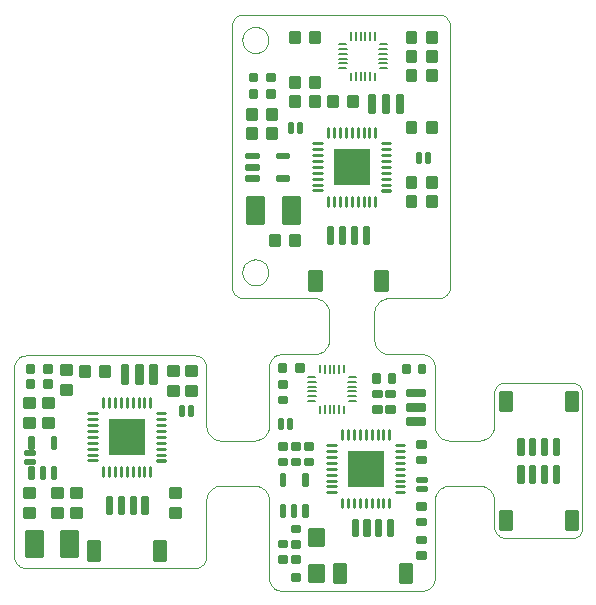
<source format=gtp>
G75*
%MOIN*%
%OFA0B0*%
%FSLAX24Y24*%
%IPPOS*%
%LPD*%
%AMOC8*
5,1,8,0,0,1.08239X$1,22.5*
%
%ADD10C,0.0000*%
%ADD11R,0.1187X0.1187*%
%ADD12C,0.0099*%
%ADD13C,0.0101*%
%ADD14C,0.0098*%
%ADD15C,0.0100*%
%ADD16C,0.0100*%
%ADD17C,0.0100*%
%ADD18C,0.0083*%
%ADD19C,0.0079*%
D10*
X000794Y001150D02*
X006412Y001150D01*
X006451Y001152D01*
X006489Y001158D01*
X006526Y001167D01*
X006563Y001180D01*
X006598Y001197D01*
X006631Y001216D01*
X006662Y001239D01*
X006691Y001265D01*
X006717Y001294D01*
X006740Y001325D01*
X006759Y001358D01*
X006776Y001393D01*
X006789Y001430D01*
X006798Y001467D01*
X006804Y001505D01*
X006806Y001544D01*
X006806Y003400D01*
X006808Y003444D01*
X006814Y003487D01*
X006823Y003530D01*
X006836Y003571D01*
X006853Y003612D01*
X006873Y003650D01*
X006897Y003687D01*
X006923Y003722D01*
X006953Y003754D01*
X006985Y003783D01*
X007020Y003810D01*
X007056Y003833D01*
X007095Y003853D01*
X007135Y003870D01*
X007177Y003883D01*
X007220Y003892D01*
X007263Y003898D01*
X007306Y003900D01*
X008369Y003900D01*
X008368Y003900D02*
X008411Y003899D01*
X008453Y003895D01*
X008495Y003888D01*
X008537Y003877D01*
X008577Y003863D01*
X008616Y003845D01*
X008653Y003824D01*
X008688Y003801D01*
X008722Y003774D01*
X008753Y003745D01*
X008781Y003713D01*
X008807Y003679D01*
X008830Y003643D01*
X008850Y003605D01*
X008867Y003566D01*
X008880Y003526D01*
X008890Y003484D01*
X008897Y003442D01*
X008900Y003400D01*
X008900Y000794D01*
X008902Y000755D01*
X008908Y000717D01*
X008917Y000680D01*
X008930Y000643D01*
X008947Y000608D01*
X008966Y000575D01*
X008989Y000544D01*
X009015Y000515D01*
X009044Y000489D01*
X009075Y000466D01*
X009108Y000447D01*
X009143Y000430D01*
X009180Y000417D01*
X009217Y000408D01*
X009255Y000402D01*
X009294Y000400D01*
X014018Y000400D01*
X014057Y000402D01*
X014095Y000408D01*
X014132Y000417D01*
X014169Y000430D01*
X014204Y000447D01*
X014237Y000466D01*
X014268Y000489D01*
X014297Y000515D01*
X014323Y000544D01*
X014346Y000575D01*
X014365Y000608D01*
X014382Y000643D01*
X014395Y000680D01*
X014404Y000717D01*
X014410Y000755D01*
X014412Y000794D01*
X014412Y003400D01*
X014415Y003444D01*
X014422Y003488D01*
X014432Y003531D01*
X014446Y003574D01*
X014464Y003614D01*
X014485Y003653D01*
X014510Y003690D01*
X014538Y003725D01*
X014568Y003757D01*
X014602Y003787D01*
X014637Y003813D01*
X014675Y003836D01*
X014715Y003856D01*
X014757Y003872D01*
X014799Y003885D01*
X014843Y003894D01*
X014887Y003899D01*
X014932Y003900D01*
X014931Y003900D02*
X015869Y003900D01*
X015868Y003900D02*
X015911Y003899D01*
X015953Y003895D01*
X015995Y003888D01*
X016037Y003877D01*
X016077Y003863D01*
X016116Y003845D01*
X016153Y003824D01*
X016188Y003801D01*
X016222Y003774D01*
X016253Y003745D01*
X016281Y003713D01*
X016307Y003679D01*
X016330Y003643D01*
X016350Y003605D01*
X016367Y003566D01*
X016380Y003526D01*
X016390Y003484D01*
X016397Y003442D01*
X016400Y003400D01*
X016400Y002544D01*
X016402Y002505D01*
X016408Y002467D01*
X016417Y002430D01*
X016430Y002393D01*
X016447Y002358D01*
X016466Y002325D01*
X016489Y002294D01*
X016515Y002265D01*
X016544Y002239D01*
X016575Y002216D01*
X016608Y002197D01*
X016643Y002180D01*
X016680Y002167D01*
X016717Y002158D01*
X016755Y002152D01*
X016794Y002150D01*
X019006Y002150D01*
X019018Y002150D01*
X019006Y002150D02*
X019041Y002152D01*
X019075Y002157D01*
X019108Y002166D01*
X019141Y002179D01*
X019172Y002194D01*
X019201Y002213D01*
X019227Y002235D01*
X019252Y002260D01*
X019274Y002286D01*
X019293Y002315D01*
X019308Y002346D01*
X019321Y002379D01*
X019330Y002412D01*
X019335Y002446D01*
X019337Y002481D01*
X019337Y006999D01*
X019335Y007034D01*
X019330Y007068D01*
X019321Y007101D01*
X019308Y007134D01*
X019293Y007165D01*
X019274Y007194D01*
X019252Y007220D01*
X019227Y007245D01*
X019201Y007267D01*
X019172Y007286D01*
X019141Y007301D01*
X019108Y007314D01*
X019075Y007323D01*
X019041Y007328D01*
X019006Y007330D01*
X016731Y007330D01*
X016696Y007328D01*
X016662Y007323D01*
X016629Y007314D01*
X016596Y007301D01*
X016566Y007286D01*
X016536Y007267D01*
X016510Y007245D01*
X016485Y007220D01*
X016463Y007194D01*
X016444Y007165D01*
X016429Y007134D01*
X016416Y007101D01*
X016407Y007068D01*
X016402Y007034D01*
X016400Y006999D01*
X016400Y005900D01*
X016397Y005858D01*
X016390Y005816D01*
X016380Y005774D01*
X016367Y005734D01*
X016350Y005695D01*
X016330Y005657D01*
X016307Y005621D01*
X016281Y005587D01*
X016253Y005555D01*
X016222Y005526D01*
X016188Y005499D01*
X016153Y005476D01*
X016116Y005455D01*
X016077Y005437D01*
X016037Y005423D01*
X015995Y005412D01*
X015953Y005405D01*
X015911Y005401D01*
X015868Y005400D01*
X015869Y005400D02*
X014931Y005400D01*
X014932Y005400D02*
X014887Y005401D01*
X014843Y005406D01*
X014799Y005415D01*
X014757Y005428D01*
X014715Y005444D01*
X014675Y005464D01*
X014637Y005487D01*
X014602Y005513D01*
X014568Y005543D01*
X014538Y005575D01*
X014510Y005610D01*
X014485Y005647D01*
X014464Y005686D01*
X014446Y005726D01*
X014432Y005769D01*
X014422Y005812D01*
X014415Y005856D01*
X014412Y005900D01*
X014412Y007880D01*
X014410Y007919D01*
X014404Y007957D01*
X014395Y007994D01*
X014382Y008031D01*
X014365Y008066D01*
X014346Y008099D01*
X014323Y008130D01*
X014297Y008159D01*
X014268Y008185D01*
X014237Y008208D01*
X014204Y008227D01*
X014169Y008244D01*
X014132Y008257D01*
X014095Y008266D01*
X014057Y008272D01*
X014018Y008274D01*
X012900Y008274D01*
X012857Y008277D01*
X012815Y008284D01*
X012774Y008294D01*
X012733Y008307D01*
X012694Y008324D01*
X012656Y008344D01*
X012620Y008367D01*
X012587Y008393D01*
X012555Y008421D01*
X012526Y008453D01*
X012499Y008486D01*
X012475Y008521D01*
X012455Y008559D01*
X012437Y008598D01*
X012423Y008638D01*
X012412Y008679D01*
X012405Y008721D01*
X012401Y008763D01*
X012400Y008806D01*
X012400Y009619D01*
X012400Y009618D02*
X012401Y009663D01*
X012405Y009708D01*
X012414Y009752D01*
X012426Y009796D01*
X012442Y009838D01*
X012462Y009878D01*
X012485Y009917D01*
X012511Y009954D01*
X012540Y009988D01*
X012573Y010019D01*
X012607Y010048D01*
X012645Y010073D01*
X012684Y010095D01*
X012725Y010113D01*
X012767Y010128D01*
X012811Y010139D01*
X012855Y010146D01*
X012900Y010150D01*
X014537Y010150D01*
X014576Y010152D01*
X014614Y010158D01*
X014651Y010167D01*
X014688Y010180D01*
X014723Y010197D01*
X014756Y010216D01*
X014787Y010239D01*
X014816Y010265D01*
X014842Y010294D01*
X014865Y010325D01*
X014884Y010358D01*
X014901Y010393D01*
X014914Y010430D01*
X014923Y010467D01*
X014929Y010505D01*
X014931Y010544D01*
X014931Y019218D01*
X014930Y019218D02*
X014927Y019256D01*
X014921Y019294D01*
X014911Y019330D01*
X014898Y019366D01*
X014881Y019400D01*
X014861Y019432D01*
X014838Y019462D01*
X014812Y019490D01*
X014784Y019515D01*
X014753Y019537D01*
X014720Y019556D01*
X014685Y019572D01*
X014649Y019584D01*
X014612Y019593D01*
X014575Y019598D01*
X014537Y019599D01*
X008044Y019599D01*
X008043Y019599D02*
X008005Y019598D01*
X007968Y019593D01*
X007931Y019584D01*
X007895Y019572D01*
X007860Y019556D01*
X007827Y019537D01*
X007796Y019515D01*
X007768Y019490D01*
X007742Y019462D01*
X007719Y019432D01*
X007699Y019400D01*
X007682Y019366D01*
X007669Y019330D01*
X007659Y019294D01*
X007653Y019256D01*
X007650Y019218D01*
X007650Y010544D01*
X007652Y010505D01*
X007658Y010467D01*
X007667Y010430D01*
X007680Y010393D01*
X007697Y010358D01*
X007716Y010325D01*
X007739Y010294D01*
X007765Y010265D01*
X007794Y010239D01*
X007825Y010216D01*
X007858Y010197D01*
X007893Y010180D01*
X007930Y010167D01*
X007967Y010158D01*
X008005Y010152D01*
X008044Y010150D01*
X010400Y010150D01*
X010442Y010147D01*
X010484Y010140D01*
X010526Y010130D01*
X010566Y010117D01*
X010605Y010100D01*
X010643Y010080D01*
X010679Y010057D01*
X010713Y010031D01*
X010745Y010003D01*
X010774Y009972D01*
X010801Y009938D01*
X010824Y009903D01*
X010845Y009866D01*
X010863Y009827D01*
X010877Y009787D01*
X010888Y009745D01*
X010895Y009703D01*
X010899Y009661D01*
X010900Y009618D01*
X010900Y009619D02*
X010900Y008806D01*
X010899Y008763D01*
X010895Y008721D01*
X010888Y008679D01*
X010877Y008638D01*
X010863Y008598D01*
X010845Y008559D01*
X010825Y008521D01*
X010801Y008486D01*
X010774Y008453D01*
X010745Y008421D01*
X010713Y008393D01*
X010680Y008367D01*
X010644Y008344D01*
X010606Y008324D01*
X010567Y008307D01*
X010526Y008294D01*
X010485Y008284D01*
X010443Y008277D01*
X010400Y008274D01*
X009294Y008274D01*
X009255Y008272D01*
X009217Y008266D01*
X009180Y008257D01*
X009143Y008244D01*
X009108Y008227D01*
X009075Y008208D01*
X009044Y008185D01*
X009015Y008159D01*
X008989Y008130D01*
X008966Y008099D01*
X008947Y008066D01*
X008930Y008031D01*
X008917Y007994D01*
X008908Y007957D01*
X008902Y007919D01*
X008900Y007880D01*
X008900Y005900D01*
X008897Y005858D01*
X008890Y005816D01*
X008880Y005774D01*
X008867Y005734D01*
X008850Y005695D01*
X008830Y005657D01*
X008807Y005621D01*
X008781Y005587D01*
X008753Y005555D01*
X008722Y005526D01*
X008688Y005499D01*
X008653Y005476D01*
X008616Y005455D01*
X008577Y005437D01*
X008537Y005423D01*
X008495Y005412D01*
X008453Y005405D01*
X008411Y005401D01*
X008368Y005400D01*
X008369Y005400D02*
X007306Y005400D01*
X007263Y005402D01*
X007220Y005408D01*
X007177Y005417D01*
X007135Y005430D01*
X007095Y005447D01*
X007056Y005467D01*
X007020Y005490D01*
X006985Y005517D01*
X006953Y005546D01*
X006923Y005578D01*
X006897Y005613D01*
X006873Y005650D01*
X006853Y005688D01*
X006836Y005729D01*
X006823Y005770D01*
X006814Y005813D01*
X006808Y005856D01*
X006806Y005900D01*
X006806Y007843D01*
X006804Y007882D01*
X006798Y007920D01*
X006789Y007957D01*
X006776Y007994D01*
X006759Y008029D01*
X006740Y008062D01*
X006717Y008093D01*
X006691Y008122D01*
X006662Y008148D01*
X006631Y008171D01*
X006598Y008190D01*
X006563Y008207D01*
X006526Y008220D01*
X006489Y008229D01*
X006451Y008235D01*
X006412Y008237D01*
X000794Y008237D01*
X000755Y008235D01*
X000717Y008229D01*
X000680Y008220D01*
X000643Y008207D01*
X000608Y008190D01*
X000575Y008171D01*
X000544Y008148D01*
X000515Y008122D01*
X000489Y008093D01*
X000466Y008062D01*
X000447Y008029D01*
X000430Y007994D01*
X000417Y007957D01*
X000408Y007920D01*
X000402Y007882D01*
X000400Y007843D01*
X000400Y001544D01*
X000402Y001505D01*
X000408Y001467D01*
X000417Y001430D01*
X000430Y001393D01*
X000447Y001358D01*
X000466Y001325D01*
X000489Y001294D01*
X000515Y001265D01*
X000544Y001239D01*
X000575Y001216D01*
X000608Y001197D01*
X000643Y001180D01*
X000680Y001167D01*
X000717Y001158D01*
X000755Y001152D01*
X000794Y001150D01*
X008900Y007880D02*
X008900Y007900D01*
X008004Y011006D02*
X008006Y011047D01*
X008012Y011088D01*
X008022Y011128D01*
X008035Y011167D01*
X008052Y011204D01*
X008073Y011240D01*
X008097Y011274D01*
X008124Y011305D01*
X008153Y011333D01*
X008186Y011359D01*
X008220Y011381D01*
X008257Y011400D01*
X008295Y011415D01*
X008335Y011427D01*
X008375Y011435D01*
X008416Y011439D01*
X008458Y011439D01*
X008499Y011435D01*
X008539Y011427D01*
X008579Y011415D01*
X008617Y011400D01*
X008653Y011381D01*
X008688Y011359D01*
X008721Y011333D01*
X008750Y011305D01*
X008777Y011274D01*
X008801Y011240D01*
X008822Y011204D01*
X008839Y011167D01*
X008852Y011128D01*
X008862Y011088D01*
X008868Y011047D01*
X008870Y011006D01*
X008868Y010965D01*
X008862Y010924D01*
X008852Y010884D01*
X008839Y010845D01*
X008822Y010808D01*
X008801Y010772D01*
X008777Y010738D01*
X008750Y010707D01*
X008721Y010679D01*
X008688Y010653D01*
X008654Y010631D01*
X008617Y010612D01*
X008579Y010597D01*
X008539Y010585D01*
X008499Y010577D01*
X008458Y010573D01*
X008416Y010573D01*
X008375Y010577D01*
X008335Y010585D01*
X008295Y010597D01*
X008257Y010612D01*
X008221Y010631D01*
X008186Y010653D01*
X008153Y010679D01*
X008124Y010707D01*
X008097Y010738D01*
X008073Y010772D01*
X008052Y010808D01*
X008035Y010845D01*
X008022Y010884D01*
X008012Y010924D01*
X008006Y010965D01*
X008004Y011006D01*
X008004Y018755D02*
X008006Y018796D01*
X008012Y018837D01*
X008022Y018877D01*
X008035Y018916D01*
X008052Y018953D01*
X008073Y018989D01*
X008097Y019023D01*
X008124Y019054D01*
X008153Y019082D01*
X008186Y019108D01*
X008220Y019130D01*
X008257Y019149D01*
X008295Y019164D01*
X008335Y019176D01*
X008375Y019184D01*
X008416Y019188D01*
X008458Y019188D01*
X008499Y019184D01*
X008539Y019176D01*
X008579Y019164D01*
X008617Y019149D01*
X008653Y019130D01*
X008688Y019108D01*
X008721Y019082D01*
X008750Y019054D01*
X008777Y019023D01*
X008801Y018989D01*
X008822Y018953D01*
X008839Y018916D01*
X008852Y018877D01*
X008862Y018837D01*
X008868Y018796D01*
X008870Y018755D01*
X008868Y018714D01*
X008862Y018673D01*
X008852Y018633D01*
X008839Y018594D01*
X008822Y018557D01*
X008801Y018521D01*
X008777Y018487D01*
X008750Y018456D01*
X008721Y018428D01*
X008688Y018402D01*
X008654Y018380D01*
X008617Y018361D01*
X008579Y018346D01*
X008539Y018334D01*
X008499Y018326D01*
X008458Y018322D01*
X008416Y018322D01*
X008375Y018326D01*
X008335Y018334D01*
X008295Y018346D01*
X008257Y018361D01*
X008221Y018380D01*
X008186Y018402D01*
X008153Y018428D01*
X008124Y018456D01*
X008097Y018487D01*
X008073Y018521D01*
X008052Y018557D01*
X008035Y018594D01*
X008022Y018633D01*
X008012Y018673D01*
X008006Y018714D01*
X008004Y018755D01*
D11*
X011650Y014525D03*
X004150Y005525D03*
X012119Y004463D03*
D12*
X014060Y005964D02*
X014060Y006142D01*
X014060Y005964D02*
X013490Y005964D01*
X013490Y006142D01*
X014060Y006142D01*
X014060Y006062D02*
X013490Y006062D01*
X014060Y006436D02*
X014060Y006614D01*
X014060Y006436D02*
X013490Y006436D01*
X013490Y006614D01*
X014060Y006614D01*
X014060Y006534D02*
X013490Y006534D01*
X014060Y006908D02*
X014060Y007086D01*
X014060Y006908D02*
X013490Y006908D01*
X013490Y007086D01*
X014060Y007086D01*
X014060Y007006D02*
X013490Y007006D01*
X013059Y007057D02*
X013059Y006879D01*
X012803Y006879D01*
X012803Y007057D01*
X013059Y007057D01*
X013059Y006977D02*
X012803Y006977D01*
X012366Y007057D02*
X012366Y006879D01*
X012366Y007057D02*
X012622Y007057D01*
X012622Y006879D01*
X012366Y006879D01*
X012366Y006977D02*
X012622Y006977D01*
X012366Y006546D02*
X012366Y006368D01*
X012366Y006546D02*
X012622Y006546D01*
X012622Y006368D01*
X012366Y006368D01*
X012366Y006466D02*
X012622Y006466D01*
X013059Y006546D02*
X013059Y006368D01*
X012803Y006368D01*
X012803Y006546D01*
X013059Y006546D01*
X013059Y006466D02*
X012803Y006466D01*
X012879Y007366D02*
X013057Y007366D01*
X012879Y007366D02*
X012879Y007622D01*
X013057Y007622D01*
X013057Y007366D01*
X013057Y007464D02*
X012879Y007464D01*
X012879Y007562D02*
X013057Y007562D01*
X013368Y007678D02*
X013546Y007678D01*
X013368Y007678D02*
X013368Y007934D01*
X013546Y007934D01*
X013546Y007678D01*
X013546Y007776D02*
X013368Y007776D01*
X013368Y007874D02*
X013546Y007874D01*
X013879Y007678D02*
X014057Y007678D01*
X013879Y007678D02*
X013879Y007934D01*
X014057Y007934D01*
X014057Y007678D01*
X014057Y007776D02*
X013879Y007776D01*
X013879Y007874D02*
X014057Y007874D01*
X012546Y007366D02*
X012368Y007366D01*
X012368Y007622D01*
X012546Y007622D01*
X012546Y007366D01*
X012546Y007464D02*
X012368Y007464D01*
X012368Y007562D02*
X012546Y007562D01*
X013835Y005370D02*
X013835Y005192D01*
X013835Y005370D02*
X014091Y005370D01*
X014091Y005192D01*
X013835Y005192D01*
X013835Y005290D02*
X014091Y005290D01*
X013835Y004858D02*
X013835Y004680D01*
X013835Y004858D02*
X014091Y004858D01*
X014091Y004680D01*
X013835Y004680D01*
X013835Y004778D02*
X014091Y004778D01*
X013835Y003307D02*
X013835Y003129D01*
X013835Y003307D02*
X014091Y003307D01*
X014091Y003129D01*
X013835Y003129D01*
X013835Y003227D02*
X014091Y003227D01*
X013835Y002796D02*
X013835Y002618D01*
X013835Y002796D02*
X014091Y002796D01*
X014091Y002618D01*
X013835Y002618D01*
X013835Y002716D02*
X014091Y002716D01*
X014091Y002182D02*
X014091Y002004D01*
X013835Y002004D01*
X013835Y002182D01*
X014091Y002182D01*
X014091Y002102D02*
X013835Y002102D01*
X014091Y001671D02*
X014091Y001493D01*
X013835Y001493D01*
X013835Y001671D01*
X014091Y001671D01*
X014091Y001591D02*
X013835Y001591D01*
X013627Y000678D02*
X013253Y000678D01*
X013253Y001288D01*
X013627Y001288D01*
X013627Y000678D01*
X013627Y000776D02*
X013253Y000776D01*
X013253Y000874D02*
X013627Y000874D01*
X013627Y000972D02*
X013253Y000972D01*
X013253Y001070D02*
X013627Y001070D01*
X013627Y001168D02*
X013253Y001168D01*
X013253Y001266D02*
X013627Y001266D01*
X012997Y002253D02*
X012859Y002253D01*
X012859Y002765D01*
X012997Y002765D01*
X012997Y002253D01*
X012997Y002351D02*
X012859Y002351D01*
X012859Y002449D02*
X012997Y002449D01*
X012997Y002547D02*
X012859Y002547D01*
X012859Y002645D02*
X012997Y002645D01*
X012997Y002743D02*
X012859Y002743D01*
X012603Y002253D02*
X012465Y002253D01*
X012465Y002765D01*
X012603Y002765D01*
X012603Y002253D01*
X012603Y002351D02*
X012465Y002351D01*
X012465Y002449D02*
X012603Y002449D01*
X012603Y002547D02*
X012465Y002547D01*
X012465Y002645D02*
X012603Y002645D01*
X012603Y002743D02*
X012465Y002743D01*
X012210Y002253D02*
X012072Y002253D01*
X012072Y002765D01*
X012210Y002765D01*
X012210Y002253D01*
X012210Y002351D02*
X012072Y002351D01*
X012072Y002449D02*
X012210Y002449D01*
X012210Y002547D02*
X012072Y002547D01*
X012072Y002645D02*
X012210Y002645D01*
X012210Y002743D02*
X012072Y002743D01*
X011816Y002253D02*
X011678Y002253D01*
X011678Y002765D01*
X011816Y002765D01*
X011816Y002253D01*
X011816Y002351D02*
X011678Y002351D01*
X011678Y002449D02*
X011816Y002449D01*
X011816Y002547D02*
X011678Y002547D01*
X011678Y002645D02*
X011816Y002645D01*
X011816Y002743D02*
X011678Y002743D01*
X010237Y002444D02*
X010237Y001912D01*
X010237Y002444D02*
X010689Y002444D01*
X010689Y001912D01*
X010237Y001912D01*
X010237Y002010D02*
X010689Y002010D01*
X010689Y002108D02*
X010237Y002108D01*
X010237Y002206D02*
X010689Y002206D01*
X010689Y002304D02*
X010237Y002304D01*
X010237Y002402D02*
X010689Y002402D01*
X009903Y002379D02*
X009903Y002557D01*
X009903Y002379D02*
X009647Y002379D01*
X009647Y002557D01*
X009903Y002557D01*
X009903Y002477D02*
X009647Y002477D01*
X009903Y002046D02*
X009903Y001868D01*
X009647Y001868D01*
X009647Y002046D01*
X009903Y002046D01*
X009903Y001966D02*
X009647Y001966D01*
X009210Y001879D02*
X009210Y002057D01*
X009466Y002057D01*
X009466Y001879D01*
X009210Y001879D01*
X009210Y001977D02*
X009466Y001977D01*
X009210Y001546D02*
X009210Y001368D01*
X009210Y001546D02*
X009466Y001546D01*
X009466Y001368D01*
X009210Y001368D01*
X009210Y001466D02*
X009466Y001466D01*
X010689Y001263D02*
X010689Y000731D01*
X010237Y000731D01*
X010237Y001263D01*
X010689Y001263D01*
X010689Y000829D02*
X010237Y000829D01*
X010237Y000927D02*
X010689Y000927D01*
X010689Y001025D02*
X010237Y001025D01*
X010237Y001123D02*
X010689Y001123D01*
X010689Y001221D02*
X010237Y001221D01*
X011048Y000678D02*
X011422Y000678D01*
X011048Y000678D02*
X011048Y001288D01*
X011422Y001288D01*
X011422Y000678D01*
X011422Y000776D02*
X011048Y000776D01*
X011048Y000874D02*
X011422Y000874D01*
X011422Y000972D02*
X011048Y000972D01*
X011048Y001070D02*
X011422Y001070D01*
X011422Y001168D02*
X011048Y001168D01*
X011048Y001266D02*
X011422Y001266D01*
X010085Y004618D02*
X010085Y004796D01*
X010341Y004796D01*
X010341Y004618D01*
X010085Y004618D01*
X010085Y004716D02*
X010341Y004716D01*
X010085Y005129D02*
X010085Y005307D01*
X010341Y005307D01*
X010341Y005129D01*
X010085Y005129D01*
X010085Y005227D02*
X010341Y005227D01*
X009903Y005307D02*
X009903Y005129D01*
X009647Y005129D01*
X009647Y005307D01*
X009903Y005307D01*
X009903Y005227D02*
X009647Y005227D01*
X009466Y005307D02*
X009466Y005129D01*
X009210Y005129D01*
X009210Y005307D01*
X009466Y005307D01*
X009466Y005227D02*
X009210Y005227D01*
X009466Y004796D02*
X009466Y004618D01*
X009210Y004618D01*
X009210Y004796D01*
X009466Y004796D01*
X009466Y004716D02*
X009210Y004716D01*
X009903Y004796D02*
X009903Y004618D01*
X009647Y004618D01*
X009647Y004796D01*
X009903Y004796D01*
X009903Y004716D02*
X009647Y004716D01*
X009466Y006680D02*
X009466Y006858D01*
X009466Y006680D02*
X009210Y006680D01*
X009210Y006858D01*
X009466Y006858D01*
X009466Y006778D02*
X009210Y006778D01*
X009466Y007192D02*
X009466Y007370D01*
X009466Y007192D02*
X009210Y007192D01*
X009210Y007370D01*
X009466Y007370D01*
X009466Y007290D02*
X009210Y007290D01*
X010236Y010428D02*
X010610Y010428D01*
X010236Y010428D02*
X010236Y011038D01*
X010610Y011038D01*
X010610Y010428D01*
X010610Y010526D02*
X010236Y010526D01*
X010236Y010624D02*
X010610Y010624D01*
X010610Y010722D02*
X010236Y010722D01*
X010236Y010820D02*
X010610Y010820D01*
X010610Y010918D02*
X010236Y010918D01*
X010236Y011016D02*
X010610Y011016D01*
X010865Y012003D02*
X011003Y012003D01*
X010865Y012003D02*
X010865Y012515D01*
X011003Y012515D01*
X011003Y012003D01*
X011003Y012101D02*
X010865Y012101D01*
X010865Y012199D02*
X011003Y012199D01*
X011003Y012297D02*
X010865Y012297D01*
X010865Y012395D02*
X011003Y012395D01*
X011003Y012493D02*
X010865Y012493D01*
X011259Y012003D02*
X011397Y012003D01*
X011259Y012003D02*
X011259Y012515D01*
X011397Y012515D01*
X011397Y012003D01*
X011397Y012101D02*
X011259Y012101D01*
X011259Y012199D02*
X011397Y012199D01*
X011397Y012297D02*
X011259Y012297D01*
X011259Y012395D02*
X011397Y012395D01*
X011397Y012493D02*
X011259Y012493D01*
X011653Y012003D02*
X011791Y012003D01*
X011653Y012003D02*
X011653Y012515D01*
X011791Y012515D01*
X011791Y012003D01*
X011791Y012101D02*
X011653Y012101D01*
X011653Y012199D02*
X011791Y012199D01*
X011791Y012297D02*
X011653Y012297D01*
X011653Y012395D02*
X011791Y012395D01*
X011791Y012493D02*
X011653Y012493D01*
X012047Y012003D02*
X012185Y012003D01*
X012047Y012003D02*
X012047Y012515D01*
X012185Y012515D01*
X012185Y012003D01*
X012185Y012101D02*
X012047Y012101D01*
X012047Y012199D02*
X012185Y012199D01*
X012185Y012297D02*
X012047Y012297D01*
X012047Y012395D02*
X012185Y012395D01*
X012185Y012493D02*
X012047Y012493D01*
X012440Y010428D02*
X012814Y010428D01*
X012440Y010428D02*
X012440Y011038D01*
X012814Y011038D01*
X012814Y010428D01*
X012814Y010526D02*
X012440Y010526D01*
X012440Y010624D02*
X012814Y010624D01*
X012814Y010722D02*
X012440Y010722D01*
X012440Y010820D02*
X012814Y010820D01*
X012814Y010918D02*
X012440Y010918D01*
X012440Y011016D02*
X012814Y011016D01*
X016579Y007028D02*
X016953Y007028D01*
X016953Y006418D01*
X016579Y006418D01*
X016579Y007028D01*
X016579Y006516D02*
X016953Y006516D01*
X016953Y006614D02*
X016579Y006614D01*
X016579Y006712D02*
X016953Y006712D01*
X016953Y006810D02*
X016579Y006810D01*
X016579Y006908D02*
X016953Y006908D01*
X016953Y007006D02*
X016579Y007006D01*
X017209Y005453D02*
X017347Y005453D01*
X017347Y004941D01*
X017209Y004941D01*
X017209Y005453D01*
X017209Y005039D02*
X017347Y005039D01*
X017347Y005137D02*
X017209Y005137D01*
X017209Y005235D02*
X017347Y005235D01*
X017347Y005333D02*
X017209Y005333D01*
X017209Y005431D02*
X017347Y005431D01*
X017603Y005453D02*
X017741Y005453D01*
X017741Y004941D01*
X017603Y004941D01*
X017603Y005453D01*
X017603Y005039D02*
X017741Y005039D01*
X017741Y005137D02*
X017603Y005137D01*
X017603Y005235D02*
X017741Y005235D01*
X017741Y005333D02*
X017603Y005333D01*
X017603Y005431D02*
X017741Y005431D01*
X017997Y005453D02*
X018135Y005453D01*
X018135Y004941D01*
X017997Y004941D01*
X017997Y005453D01*
X017997Y005039D02*
X018135Y005039D01*
X018135Y005137D02*
X017997Y005137D01*
X017997Y005235D02*
X018135Y005235D01*
X018135Y005333D02*
X017997Y005333D01*
X017997Y005431D02*
X018135Y005431D01*
X018390Y005453D02*
X018528Y005453D01*
X018528Y004941D01*
X018390Y004941D01*
X018390Y005453D01*
X018390Y005039D02*
X018528Y005039D01*
X018528Y005137D02*
X018390Y005137D01*
X018390Y005235D02*
X018528Y005235D01*
X018528Y005333D02*
X018390Y005333D01*
X018390Y005431D02*
X018528Y005431D01*
X018528Y004034D02*
X018390Y004034D01*
X018390Y004546D01*
X018528Y004546D01*
X018528Y004034D01*
X018528Y004132D02*
X018390Y004132D01*
X018390Y004230D02*
X018528Y004230D01*
X018528Y004328D02*
X018390Y004328D01*
X018390Y004426D02*
X018528Y004426D01*
X018528Y004524D02*
X018390Y004524D01*
X018135Y004034D02*
X017997Y004034D01*
X017997Y004546D01*
X018135Y004546D01*
X018135Y004034D01*
X018135Y004132D02*
X017997Y004132D01*
X017997Y004230D02*
X018135Y004230D01*
X018135Y004328D02*
X017997Y004328D01*
X017997Y004426D02*
X018135Y004426D01*
X018135Y004524D02*
X017997Y004524D01*
X017741Y004034D02*
X017603Y004034D01*
X017603Y004546D01*
X017741Y004546D01*
X017741Y004034D01*
X017741Y004132D02*
X017603Y004132D01*
X017603Y004230D02*
X017741Y004230D01*
X017741Y004328D02*
X017603Y004328D01*
X017603Y004426D02*
X017741Y004426D01*
X017741Y004524D02*
X017603Y004524D01*
X017347Y004034D02*
X017209Y004034D01*
X017209Y004546D01*
X017347Y004546D01*
X017347Y004034D01*
X017347Y004132D02*
X017209Y004132D01*
X017209Y004230D02*
X017347Y004230D01*
X017347Y004328D02*
X017209Y004328D01*
X017209Y004426D02*
X017347Y004426D01*
X017347Y004524D02*
X017209Y004524D01*
X016953Y002459D02*
X016579Y002459D01*
X016579Y003069D01*
X016953Y003069D01*
X016953Y002459D01*
X016953Y002557D02*
X016579Y002557D01*
X016579Y002655D02*
X016953Y002655D01*
X016953Y002753D02*
X016579Y002753D01*
X016579Y002851D02*
X016953Y002851D01*
X016953Y002949D02*
X016579Y002949D01*
X016579Y003047D02*
X016953Y003047D01*
X018784Y002459D02*
X019158Y002459D01*
X018784Y002459D02*
X018784Y003069D01*
X019158Y003069D01*
X019158Y002459D01*
X019158Y002557D02*
X018784Y002557D01*
X018784Y002655D02*
X019158Y002655D01*
X019158Y002753D02*
X018784Y002753D01*
X018784Y002851D02*
X019158Y002851D01*
X019158Y002949D02*
X018784Y002949D01*
X018784Y003047D02*
X019158Y003047D01*
X019158Y007028D02*
X018784Y007028D01*
X019158Y007028D02*
X019158Y006418D01*
X018784Y006418D01*
X018784Y007028D01*
X018784Y006516D02*
X019158Y006516D01*
X019158Y006614D02*
X018784Y006614D01*
X018784Y006712D02*
X019158Y006712D01*
X019158Y006810D02*
X018784Y006810D01*
X018784Y006908D02*
X019158Y006908D01*
X019158Y007006D02*
X018784Y007006D01*
X013336Y016935D02*
X013158Y016935D01*
X013336Y016935D02*
X013336Y016365D01*
X013158Y016365D01*
X013158Y016935D01*
X013158Y016463D02*
X013336Y016463D01*
X013336Y016561D02*
X013158Y016561D01*
X013158Y016659D02*
X013336Y016659D01*
X013336Y016757D02*
X013158Y016757D01*
X013158Y016855D02*
X013336Y016855D01*
X012864Y016935D02*
X012686Y016935D01*
X012864Y016935D02*
X012864Y016365D01*
X012686Y016365D01*
X012686Y016935D01*
X012686Y016463D02*
X012864Y016463D01*
X012864Y016561D02*
X012686Y016561D01*
X012686Y016659D02*
X012864Y016659D01*
X012864Y016757D02*
X012686Y016757D01*
X012686Y016855D02*
X012864Y016855D01*
X012392Y016935D02*
X012214Y016935D01*
X012392Y016935D02*
X012392Y016365D01*
X012214Y016365D01*
X012214Y016935D01*
X012214Y016463D02*
X012392Y016463D01*
X012392Y016561D02*
X012214Y016561D01*
X012214Y016659D02*
X012392Y016659D01*
X012392Y016757D02*
X012214Y016757D01*
X012214Y016855D02*
X012392Y016855D01*
X005118Y007904D02*
X004940Y007904D01*
X005118Y007904D02*
X005118Y007334D01*
X004940Y007334D01*
X004940Y007904D01*
X004940Y007432D02*
X005118Y007432D01*
X005118Y007530D02*
X004940Y007530D01*
X004940Y007628D02*
X005118Y007628D01*
X005118Y007726D02*
X004940Y007726D01*
X004940Y007824D02*
X005118Y007824D01*
X004645Y007904D02*
X004467Y007904D01*
X004645Y007904D02*
X004645Y007334D01*
X004467Y007334D01*
X004467Y007904D01*
X004467Y007432D02*
X004645Y007432D01*
X004645Y007530D02*
X004467Y007530D01*
X004467Y007628D02*
X004645Y007628D01*
X004645Y007726D02*
X004467Y007726D01*
X004467Y007824D02*
X004645Y007824D01*
X004173Y007904D02*
X003995Y007904D01*
X004173Y007904D02*
X004173Y007334D01*
X003995Y007334D01*
X003995Y007904D01*
X003995Y007432D02*
X004173Y007432D01*
X004173Y007530D02*
X003995Y007530D01*
X003995Y007628D02*
X004173Y007628D01*
X004173Y007726D02*
X003995Y007726D01*
X003995Y007824D02*
X004173Y007824D01*
X004278Y003003D02*
X004416Y003003D01*
X004278Y003003D02*
X004278Y003515D01*
X004416Y003515D01*
X004416Y003003D01*
X004416Y003101D02*
X004278Y003101D01*
X004278Y003199D02*
X004416Y003199D01*
X004416Y003297D02*
X004278Y003297D01*
X004278Y003395D02*
X004416Y003395D01*
X004416Y003493D02*
X004278Y003493D01*
X004022Y003003D02*
X003884Y003003D01*
X003884Y003515D01*
X004022Y003515D01*
X004022Y003003D01*
X004022Y003101D02*
X003884Y003101D01*
X003884Y003199D02*
X004022Y003199D01*
X004022Y003297D02*
X003884Y003297D01*
X003884Y003395D02*
X004022Y003395D01*
X004022Y003493D02*
X003884Y003493D01*
X003628Y003003D02*
X003490Y003003D01*
X003490Y003515D01*
X003628Y003515D01*
X003628Y003003D01*
X003628Y003101D02*
X003490Y003101D01*
X003490Y003199D02*
X003628Y003199D01*
X003628Y003297D02*
X003490Y003297D01*
X003490Y003395D02*
X003628Y003395D01*
X003628Y003493D02*
X003490Y003493D01*
X004672Y003003D02*
X004810Y003003D01*
X004672Y003003D02*
X004672Y003515D01*
X004810Y003515D01*
X004810Y003003D01*
X004810Y003101D02*
X004672Y003101D01*
X004672Y003199D02*
X004810Y003199D01*
X004810Y003297D02*
X004672Y003297D01*
X004672Y003395D02*
X004810Y003395D01*
X004810Y003493D02*
X004672Y003493D01*
X005065Y001428D02*
X005439Y001428D01*
X005065Y001428D02*
X005065Y002038D01*
X005439Y002038D01*
X005439Y001428D01*
X005439Y001526D02*
X005065Y001526D01*
X005065Y001624D02*
X005439Y001624D01*
X005439Y001722D02*
X005065Y001722D01*
X005065Y001820D02*
X005439Y001820D01*
X005439Y001918D02*
X005065Y001918D01*
X005065Y002016D02*
X005439Y002016D01*
X003235Y001428D02*
X002861Y001428D01*
X002861Y002038D01*
X003235Y002038D01*
X003235Y001428D01*
X003235Y001526D02*
X002861Y001526D01*
X002861Y001624D02*
X003235Y001624D01*
X003235Y001722D02*
X002861Y001722D01*
X002861Y001820D02*
X003235Y001820D01*
X003235Y001918D02*
X002861Y001918D01*
X002861Y002016D02*
X003235Y002016D01*
D13*
X002506Y002385D02*
X001976Y002385D01*
X002506Y002385D02*
X002506Y001541D01*
X001976Y001541D01*
X001976Y002385D01*
X001976Y001641D02*
X002506Y001641D01*
X002506Y001741D02*
X001976Y001741D01*
X001976Y001841D02*
X002506Y001841D01*
X002506Y001941D02*
X001976Y001941D01*
X001976Y002041D02*
X002506Y002041D01*
X002506Y002141D02*
X001976Y002141D01*
X001976Y002241D02*
X002506Y002241D01*
X002506Y002341D02*
X001976Y002341D01*
X001324Y001541D02*
X000794Y001541D01*
X000794Y002385D01*
X001324Y002385D01*
X001324Y001541D01*
X001324Y001641D02*
X000794Y001641D01*
X000794Y001741D02*
X001324Y001741D01*
X001324Y001841D02*
X000794Y001841D01*
X000794Y001941D02*
X001324Y001941D01*
X001324Y002041D02*
X000794Y002041D01*
X000794Y002141D02*
X001324Y002141D01*
X001324Y002241D02*
X000794Y002241D01*
X000794Y002341D02*
X001324Y002341D01*
X001615Y007199D02*
X001615Y007413D01*
X001615Y007199D02*
X001401Y007199D01*
X001401Y007413D01*
X001615Y007413D01*
X001615Y007299D02*
X001401Y007299D01*
X001401Y007399D02*
X001615Y007399D01*
X001615Y007699D02*
X001615Y007913D01*
X001615Y007699D02*
X001401Y007699D01*
X001401Y007913D01*
X001615Y007913D01*
X001615Y007799D02*
X001401Y007799D01*
X001401Y007899D02*
X001615Y007899D01*
X001024Y007913D02*
X001024Y007699D01*
X000810Y007699D01*
X000810Y007913D01*
X001024Y007913D01*
X001024Y007799D02*
X000810Y007799D01*
X000810Y007899D02*
X001024Y007899D01*
X001024Y007413D02*
X001024Y007199D01*
X000810Y007199D01*
X000810Y007413D01*
X001024Y007413D01*
X001024Y007299D02*
X000810Y007299D01*
X000810Y007399D02*
X001024Y007399D01*
X008169Y012666D02*
X008699Y012666D01*
X008169Y012666D02*
X008169Y013510D01*
X008699Y013510D01*
X008699Y012666D01*
X008699Y012766D02*
X008169Y012766D01*
X008169Y012866D02*
X008699Y012866D01*
X008699Y012966D02*
X008169Y012966D01*
X008169Y013066D02*
X008699Y013066D01*
X008699Y013166D02*
X008169Y013166D01*
X008169Y013266D02*
X008699Y013266D01*
X008699Y013366D02*
X008169Y013366D01*
X008169Y013466D02*
X008699Y013466D01*
X009351Y013510D02*
X009881Y013510D01*
X009881Y012666D01*
X009351Y012666D01*
X009351Y013510D01*
X009351Y012766D02*
X009881Y012766D01*
X009881Y012866D02*
X009351Y012866D01*
X009351Y012966D02*
X009881Y012966D01*
X009881Y013066D02*
X009351Y013066D01*
X009351Y013166D02*
X009881Y013166D01*
X009881Y013266D02*
X009351Y013266D01*
X009351Y013366D02*
X009881Y013366D01*
X009881Y013466D02*
X009351Y013466D01*
X008838Y016856D02*
X008838Y017070D01*
X009052Y017070D01*
X009052Y016856D01*
X008838Y016856D01*
X008838Y016956D02*
X009052Y016956D01*
X009052Y017056D02*
X008838Y017056D01*
X009052Y017418D02*
X009052Y017632D01*
X009052Y017418D02*
X008838Y017418D01*
X008838Y017632D01*
X009052Y017632D01*
X009052Y017518D02*
X008838Y017518D01*
X008838Y017618D02*
X009052Y017618D01*
X008462Y017632D02*
X008462Y017418D01*
X008248Y017418D01*
X008248Y017632D01*
X008462Y017632D01*
X008462Y017518D02*
X008248Y017518D01*
X008248Y017618D02*
X008462Y017618D01*
X008248Y017070D02*
X008248Y016856D01*
X008248Y017070D02*
X008462Y017070D01*
X008462Y016856D01*
X008248Y016856D01*
X008248Y016956D02*
X008462Y016956D01*
X008462Y017056D02*
X008248Y017056D01*
X009430Y007945D02*
X009430Y007731D01*
X009216Y007731D01*
X009216Y007945D01*
X009430Y007945D01*
X009430Y007831D02*
X009216Y007831D01*
X009216Y007931D02*
X009430Y007931D01*
X010021Y007945D02*
X010021Y007731D01*
X009807Y007731D01*
X009807Y007945D01*
X010021Y007945D01*
X010021Y007831D02*
X009807Y007831D01*
X009807Y007931D02*
X010021Y007931D01*
X009882Y001552D02*
X009668Y001552D01*
X009882Y001552D02*
X009882Y001338D01*
X009668Y001338D01*
X009668Y001552D01*
X009668Y001438D02*
X009882Y001438D01*
X009882Y001538D02*
X009668Y001538D01*
X009668Y000962D02*
X009882Y000962D01*
X009882Y000748D01*
X009668Y000748D01*
X009668Y000962D01*
X009668Y000848D02*
X009882Y000848D01*
X009882Y000948D02*
X009668Y000948D01*
D14*
X011331Y003173D02*
X011331Y003469D01*
X011528Y003469D02*
X011528Y003173D01*
X011725Y003173D02*
X011725Y003469D01*
X011922Y003469D02*
X011922Y003173D01*
X012119Y003173D02*
X012119Y003469D01*
X012316Y003469D02*
X012316Y003173D01*
X012512Y003173D02*
X012512Y003469D01*
X012709Y003469D02*
X012709Y003173D01*
X012906Y003173D02*
X012906Y003469D01*
X013112Y003872D02*
X013408Y003872D01*
X013408Y004069D02*
X013112Y004069D01*
X013112Y004266D02*
X013408Y004266D01*
X013408Y004463D02*
X013112Y004463D01*
X013112Y004659D02*
X013408Y004659D01*
X013408Y004856D02*
X013112Y004856D01*
X013112Y005053D02*
X013408Y005053D01*
X013408Y005250D02*
X013112Y005250D01*
X012906Y005456D02*
X012906Y005752D01*
X012709Y005752D02*
X012709Y005456D01*
X012512Y005456D02*
X012512Y005752D01*
X012316Y005752D02*
X012316Y005456D01*
X012119Y005456D02*
X012119Y005752D01*
X011922Y005752D02*
X011922Y005456D01*
X011725Y005456D02*
X011725Y005752D01*
X011528Y005752D02*
X011528Y005456D01*
X011331Y005456D02*
X011331Y005752D01*
X011125Y005250D02*
X010829Y005250D01*
X010829Y005053D02*
X011125Y005053D01*
X011125Y004856D02*
X010829Y004856D01*
X010829Y004659D02*
X011125Y004659D01*
X011125Y004463D02*
X010829Y004463D01*
X010829Y004266D02*
X011125Y004266D01*
X011125Y004069D02*
X010829Y004069D01*
X010829Y003872D02*
X011125Y003872D01*
X011125Y003675D02*
X010829Y003675D01*
X006139Y006917D02*
X006139Y007213D01*
X006473Y007213D01*
X006473Y006917D01*
X006139Y006917D01*
X006139Y007014D02*
X006473Y007014D01*
X006473Y007111D02*
X006139Y007111D01*
X006139Y007208D02*
X006473Y007208D01*
X006139Y007587D02*
X006139Y007883D01*
X006473Y007883D01*
X006473Y007587D01*
X006139Y007587D01*
X006139Y007684D02*
X006473Y007684D01*
X006473Y007781D02*
X006139Y007781D01*
X006139Y007878D02*
X006473Y007878D01*
X005848Y007883D02*
X005514Y007883D01*
X005848Y007883D02*
X005848Y007587D01*
X005514Y007587D01*
X005514Y007883D01*
X005514Y007684D02*
X005848Y007684D01*
X005848Y007781D02*
X005514Y007781D01*
X005514Y007878D02*
X005848Y007878D01*
X005848Y007213D02*
X005514Y007213D01*
X005848Y007213D02*
X005848Y006917D01*
X005514Y006917D01*
X005514Y007213D01*
X005514Y007014D02*
X005848Y007014D01*
X005848Y007111D02*
X005514Y007111D01*
X005514Y007208D02*
X005848Y007208D01*
X005440Y006312D02*
X005144Y006312D01*
X005144Y006116D02*
X005440Y006116D01*
X005440Y005919D02*
X005144Y005919D01*
X005144Y005722D02*
X005440Y005722D01*
X005440Y005525D02*
X005144Y005525D01*
X005144Y005328D02*
X005440Y005328D01*
X005440Y005131D02*
X005144Y005131D01*
X005144Y004934D02*
X005440Y004934D01*
X004937Y004531D02*
X004937Y004235D01*
X004741Y004235D02*
X004741Y004531D01*
X004544Y004531D02*
X004544Y004235D01*
X004347Y004235D02*
X004347Y004531D01*
X004150Y004531D02*
X004150Y004235D01*
X003953Y004235D02*
X003953Y004531D01*
X003756Y004531D02*
X003756Y004235D01*
X003559Y004235D02*
X003559Y004531D01*
X003363Y004531D02*
X003363Y004235D01*
X003156Y004738D02*
X002860Y004738D01*
X002860Y004934D02*
X003156Y004934D01*
X003156Y005131D02*
X002860Y005131D01*
X002860Y005328D02*
X003156Y005328D01*
X003156Y005525D02*
X002860Y005525D01*
X002860Y005722D02*
X003156Y005722D01*
X003156Y005919D02*
X002860Y005919D01*
X002860Y006116D02*
X003156Y006116D01*
X003156Y006312D02*
X002860Y006312D01*
X003363Y006519D02*
X003363Y006815D01*
X003559Y006815D02*
X003559Y006519D01*
X003756Y006519D02*
X003756Y006815D01*
X003953Y006815D02*
X003953Y006519D01*
X004150Y006519D02*
X004150Y006815D01*
X004347Y006815D02*
X004347Y006519D01*
X004544Y006519D02*
X004544Y006815D01*
X004741Y006815D02*
X004741Y006519D01*
X004937Y006519D02*
X004937Y006815D01*
X003274Y007546D02*
X003274Y007880D01*
X003570Y007880D01*
X003570Y007546D01*
X003274Y007546D01*
X003274Y007643D02*
X003570Y007643D01*
X003570Y007740D02*
X003274Y007740D01*
X003274Y007837D02*
X003570Y007837D01*
X002605Y007880D02*
X002605Y007546D01*
X002605Y007880D02*
X002901Y007880D01*
X002901Y007546D01*
X002605Y007546D01*
X002605Y007643D02*
X002901Y007643D01*
X002901Y007740D02*
X002605Y007740D01*
X002605Y007837D02*
X002901Y007837D01*
X002286Y007914D02*
X002286Y007618D01*
X001952Y007618D01*
X001952Y007914D01*
X002286Y007914D01*
X002286Y007715D02*
X001952Y007715D01*
X001952Y007812D02*
X002286Y007812D01*
X002286Y007909D02*
X001952Y007909D01*
X002286Y007245D02*
X002286Y006949D01*
X001952Y006949D01*
X001952Y007245D01*
X002286Y007245D01*
X002286Y007046D02*
X001952Y007046D01*
X001952Y007143D02*
X002286Y007143D01*
X002286Y007240D02*
X001952Y007240D01*
X001692Y006820D02*
X001358Y006820D01*
X001692Y006820D02*
X001692Y006524D01*
X001358Y006524D01*
X001358Y006820D01*
X001358Y006621D02*
X001692Y006621D01*
X001692Y006718D02*
X001358Y006718D01*
X001358Y006815D02*
X001692Y006815D01*
X001067Y006820D02*
X001067Y006524D01*
X000733Y006524D01*
X000733Y006820D01*
X001067Y006820D01*
X001067Y006621D02*
X000733Y006621D01*
X000733Y006718D02*
X001067Y006718D01*
X001067Y006815D02*
X000733Y006815D01*
X001067Y006151D02*
X001067Y005855D01*
X000733Y005855D01*
X000733Y006151D01*
X001067Y006151D01*
X001067Y005952D02*
X000733Y005952D01*
X000733Y006049D02*
X001067Y006049D01*
X001067Y006146D02*
X000733Y006146D01*
X001358Y006151D02*
X001692Y006151D01*
X001692Y005855D01*
X001358Y005855D01*
X001358Y006151D01*
X001358Y005952D02*
X001692Y005952D01*
X001692Y006049D02*
X001358Y006049D01*
X001358Y006146D02*
X001692Y006146D01*
X001671Y003524D02*
X002005Y003524D01*
X001671Y003524D02*
X001671Y003820D01*
X002005Y003820D01*
X002005Y003524D01*
X002005Y003621D02*
X001671Y003621D01*
X001671Y003718D02*
X002005Y003718D01*
X002005Y003815D02*
X001671Y003815D01*
X001067Y003524D02*
X000733Y003524D01*
X000733Y003820D01*
X001067Y003820D01*
X001067Y003524D01*
X001067Y003621D02*
X000733Y003621D01*
X000733Y003718D02*
X001067Y003718D01*
X001067Y003815D02*
X000733Y003815D01*
X000733Y002855D02*
X001067Y002855D01*
X000733Y002855D02*
X000733Y003151D01*
X001067Y003151D01*
X001067Y002855D01*
X001067Y002952D02*
X000733Y002952D01*
X000733Y003049D02*
X001067Y003049D01*
X001067Y003146D02*
X000733Y003146D01*
X001671Y002855D02*
X002005Y002855D01*
X001671Y002855D02*
X001671Y003151D01*
X002005Y003151D01*
X002005Y002855D01*
X002005Y002952D02*
X001671Y002952D01*
X001671Y003049D02*
X002005Y003049D01*
X002005Y003146D02*
X001671Y003146D01*
X002630Y003151D02*
X002630Y002855D01*
X002296Y002855D01*
X002296Y003151D01*
X002630Y003151D01*
X002630Y002952D02*
X002296Y002952D01*
X002296Y003049D02*
X002630Y003049D01*
X002630Y003146D02*
X002296Y003146D01*
X002630Y003524D02*
X002630Y003820D01*
X002630Y003524D02*
X002296Y003524D01*
X002296Y003820D01*
X002630Y003820D01*
X002630Y003621D02*
X002296Y003621D01*
X002296Y003718D02*
X002630Y003718D01*
X002630Y003815D02*
X002296Y003815D01*
X005608Y003524D02*
X005942Y003524D01*
X005608Y003524D02*
X005608Y003820D01*
X005942Y003820D01*
X005942Y003524D01*
X005942Y003621D02*
X005608Y003621D01*
X005608Y003718D02*
X005942Y003718D01*
X005942Y003815D02*
X005608Y003815D01*
X005608Y002855D02*
X005942Y002855D01*
X005608Y002855D02*
X005608Y003151D01*
X005942Y003151D01*
X005942Y002855D01*
X005942Y002952D02*
X005608Y002952D01*
X005608Y003049D02*
X005942Y003049D01*
X005942Y003146D02*
X005608Y003146D01*
X008917Y011921D02*
X008917Y012255D01*
X009213Y012255D01*
X009213Y011921D01*
X008917Y011921D01*
X008917Y012018D02*
X009213Y012018D01*
X009213Y012115D02*
X008917Y012115D01*
X008917Y012212D02*
X009213Y012212D01*
X009587Y012255D02*
X009587Y011921D01*
X009587Y012255D02*
X009883Y012255D01*
X009883Y011921D01*
X009587Y011921D01*
X009587Y012018D02*
X009883Y012018D01*
X009883Y012115D02*
X009587Y012115D01*
X009587Y012212D02*
X009883Y012212D01*
X010863Y013235D02*
X010863Y013531D01*
X011059Y013531D02*
X011059Y013235D01*
X011256Y013235D02*
X011256Y013531D01*
X011453Y013531D02*
X011453Y013235D01*
X011650Y013235D02*
X011650Y013531D01*
X011847Y013531D02*
X011847Y013235D01*
X012044Y013235D02*
X012044Y013531D01*
X012241Y013531D02*
X012241Y013235D01*
X012437Y013235D02*
X012437Y013531D01*
X012644Y013934D02*
X012940Y013934D01*
X012940Y014131D02*
X012644Y014131D01*
X012644Y014328D02*
X012940Y014328D01*
X012940Y014525D02*
X012644Y014525D01*
X012644Y014722D02*
X012940Y014722D01*
X012940Y014919D02*
X012644Y014919D01*
X012644Y015116D02*
X012940Y015116D01*
X012940Y015312D02*
X012644Y015312D01*
X012437Y015519D02*
X012437Y015815D01*
X012241Y015815D02*
X012241Y015519D01*
X012044Y015519D02*
X012044Y015815D01*
X011847Y015815D02*
X011847Y015519D01*
X011650Y015519D02*
X011650Y015815D01*
X011453Y015815D02*
X011453Y015519D01*
X011256Y015519D02*
X011256Y015815D01*
X011059Y015815D02*
X011059Y015519D01*
X010863Y015519D02*
X010863Y015815D01*
X010656Y015312D02*
X010360Y015312D01*
X010360Y015116D02*
X010656Y015116D01*
X010656Y014919D02*
X010360Y014919D01*
X010360Y014722D02*
X010656Y014722D01*
X010656Y014525D02*
X010360Y014525D01*
X010360Y014328D02*
X010656Y014328D01*
X010656Y014131D02*
X010360Y014131D01*
X010360Y013934D02*
X010656Y013934D01*
X010656Y013738D02*
X010360Y013738D01*
X008837Y015483D02*
X008837Y015817D01*
X009133Y015817D01*
X009133Y015483D01*
X008837Y015483D01*
X008837Y015580D02*
X009133Y015580D01*
X009133Y015677D02*
X008837Y015677D01*
X008837Y015774D02*
X009133Y015774D01*
X009133Y016442D02*
X008837Y016442D01*
X009133Y016442D02*
X009133Y016108D01*
X008837Y016108D01*
X008837Y016442D01*
X008837Y016205D02*
X009133Y016205D01*
X009133Y016302D02*
X008837Y016302D01*
X008837Y016399D02*
X009133Y016399D01*
X009901Y016546D02*
X009901Y016880D01*
X009901Y016546D02*
X009605Y016546D01*
X009605Y016880D01*
X009901Y016880D01*
X009901Y016643D02*
X009605Y016643D01*
X009605Y016740D02*
X009901Y016740D01*
X009901Y016837D02*
X009605Y016837D01*
X009605Y017505D02*
X009901Y017505D01*
X009901Y017171D01*
X009605Y017171D01*
X009605Y017505D01*
X009605Y017268D02*
X009901Y017268D01*
X009901Y017365D02*
X009605Y017365D01*
X009605Y017462D02*
X009901Y017462D01*
X010274Y017505D02*
X010570Y017505D01*
X010570Y017171D01*
X010274Y017171D01*
X010274Y017505D01*
X010274Y017268D02*
X010570Y017268D01*
X010570Y017365D02*
X010274Y017365D01*
X010274Y017462D02*
X010570Y017462D01*
X010570Y016880D02*
X010570Y016546D01*
X010274Y016546D01*
X010274Y016880D01*
X010570Y016880D01*
X010570Y016643D02*
X010274Y016643D01*
X010274Y016740D02*
X010570Y016740D01*
X010570Y016837D02*
X010274Y016837D01*
X010855Y016880D02*
X010855Y016546D01*
X010855Y016880D02*
X011151Y016880D01*
X011151Y016546D01*
X010855Y016546D01*
X010855Y016643D02*
X011151Y016643D01*
X011151Y016740D02*
X010855Y016740D01*
X010855Y016837D02*
X011151Y016837D01*
X011524Y016880D02*
X011524Y016546D01*
X011524Y016880D02*
X011820Y016880D01*
X011820Y016546D01*
X011524Y016546D01*
X011524Y016643D02*
X011820Y016643D01*
X011820Y016740D02*
X011524Y016740D01*
X011524Y016837D02*
X011820Y016837D01*
X013776Y017421D02*
X013776Y017755D01*
X013776Y017421D02*
X013480Y017421D01*
X013480Y017755D01*
X013776Y017755D01*
X013776Y017518D02*
X013480Y017518D01*
X013480Y017615D02*
X013776Y017615D01*
X013776Y017712D02*
X013480Y017712D01*
X013776Y018046D02*
X013776Y018380D01*
X013776Y018046D02*
X013480Y018046D01*
X013480Y018380D01*
X013776Y018380D01*
X013776Y018143D02*
X013480Y018143D01*
X013480Y018240D02*
X013776Y018240D01*
X013776Y018337D02*
X013480Y018337D01*
X013776Y018671D02*
X013776Y019005D01*
X013776Y018671D02*
X013480Y018671D01*
X013480Y019005D01*
X013776Y019005D01*
X013776Y018768D02*
X013480Y018768D01*
X013480Y018865D02*
X013776Y018865D01*
X013776Y018962D02*
X013480Y018962D01*
X014445Y019005D02*
X014445Y018671D01*
X014149Y018671D01*
X014149Y019005D01*
X014445Y019005D01*
X014445Y018768D02*
X014149Y018768D01*
X014149Y018865D02*
X014445Y018865D01*
X014445Y018962D02*
X014149Y018962D01*
X014445Y018380D02*
X014445Y018046D01*
X014149Y018046D01*
X014149Y018380D01*
X014445Y018380D01*
X014445Y018143D02*
X014149Y018143D01*
X014149Y018240D02*
X014445Y018240D01*
X014445Y018337D02*
X014149Y018337D01*
X014445Y017755D02*
X014445Y017421D01*
X014149Y017421D01*
X014149Y017755D01*
X014445Y017755D01*
X014445Y017518D02*
X014149Y017518D01*
X014149Y017615D02*
X014445Y017615D01*
X014445Y017712D02*
X014149Y017712D01*
X014445Y016005D02*
X014445Y015671D01*
X014149Y015671D01*
X014149Y016005D01*
X014445Y016005D01*
X014445Y015768D02*
X014149Y015768D01*
X014149Y015865D02*
X014445Y015865D01*
X014445Y015962D02*
X014149Y015962D01*
X013776Y016005D02*
X013776Y015671D01*
X013480Y015671D01*
X013480Y016005D01*
X013776Y016005D01*
X013776Y015768D02*
X013480Y015768D01*
X013480Y015865D02*
X013776Y015865D01*
X013776Y015962D02*
X013480Y015962D01*
X013480Y014192D02*
X013776Y014192D01*
X013776Y013858D01*
X013480Y013858D01*
X013480Y014192D01*
X013480Y013955D02*
X013776Y013955D01*
X013776Y014052D02*
X013480Y014052D01*
X013480Y014149D02*
X013776Y014149D01*
X014149Y014192D02*
X014445Y014192D01*
X014445Y013858D01*
X014149Y013858D01*
X014149Y014192D01*
X014149Y013955D02*
X014445Y013955D01*
X014445Y014052D02*
X014149Y014052D01*
X014149Y014149D02*
X014445Y014149D01*
X014445Y013567D02*
X014445Y013233D01*
X014149Y013233D01*
X014149Y013567D01*
X014445Y013567D01*
X014445Y013330D02*
X014149Y013330D01*
X014149Y013427D02*
X014445Y013427D01*
X014445Y013524D02*
X014149Y013524D01*
X013776Y013567D02*
X013776Y013233D01*
X013480Y013233D01*
X013480Y013567D01*
X013776Y013567D01*
X013776Y013330D02*
X013480Y013330D01*
X013480Y013427D02*
X013776Y013427D01*
X013776Y013524D02*
X013480Y013524D01*
X008167Y015483D02*
X008167Y015817D01*
X008463Y015817D01*
X008463Y015483D01*
X008167Y015483D01*
X008167Y015580D02*
X008463Y015580D01*
X008463Y015677D02*
X008167Y015677D01*
X008167Y015774D02*
X008463Y015774D01*
X008463Y016442D02*
X008167Y016442D01*
X008463Y016442D02*
X008463Y016108D01*
X008167Y016108D01*
X008167Y016442D01*
X008167Y016205D02*
X008463Y016205D01*
X008463Y016302D02*
X008167Y016302D01*
X008167Y016399D02*
X008463Y016399D01*
X009605Y019005D02*
X009901Y019005D01*
X009901Y018671D01*
X009605Y018671D01*
X009605Y019005D01*
X009605Y018768D02*
X009901Y018768D01*
X009901Y018865D02*
X009605Y018865D01*
X009605Y018962D02*
X009901Y018962D01*
X010274Y019005D02*
X010570Y019005D01*
X010570Y018671D01*
X010274Y018671D01*
X010274Y019005D01*
X010274Y018768D02*
X010570Y018768D01*
X010570Y018865D02*
X010274Y018865D01*
X010274Y018962D02*
X010570Y018962D01*
D15*
X009163Y014957D02*
X009163Y014841D01*
X009163Y014957D02*
X009535Y014957D01*
X009535Y014841D01*
X009163Y014841D01*
X009163Y014940D02*
X009535Y014940D01*
X009163Y014209D02*
X009163Y014093D01*
X009163Y014209D02*
X009535Y014209D01*
X009535Y014093D01*
X009163Y014093D01*
X009163Y014192D02*
X009535Y014192D01*
X008140Y014209D02*
X008140Y014093D01*
X008140Y014209D02*
X008512Y014209D01*
X008512Y014093D01*
X008140Y014093D01*
X008140Y014192D02*
X008512Y014192D01*
X008140Y014467D02*
X008140Y014583D01*
X008512Y014583D01*
X008512Y014467D01*
X008140Y014467D01*
X008140Y014566D02*
X008512Y014566D01*
X008140Y014841D02*
X008140Y014957D01*
X008512Y014957D01*
X008512Y014841D01*
X008140Y014841D01*
X008140Y014940D02*
X008512Y014940D01*
X001770Y005163D02*
X001654Y005163D01*
X001654Y005535D01*
X001770Y005535D01*
X001770Y005163D01*
X001770Y005262D02*
X001654Y005262D01*
X001654Y005361D02*
X001770Y005361D01*
X001770Y005460D02*
X001654Y005460D01*
X001021Y005163D02*
X000905Y005163D01*
X000905Y005535D01*
X001021Y005535D01*
X001021Y005163D01*
X001021Y005262D02*
X000905Y005262D01*
X000905Y005361D02*
X001021Y005361D01*
X001021Y005460D02*
X000905Y005460D01*
X000905Y004140D02*
X001021Y004140D01*
X000905Y004140D02*
X000905Y004512D01*
X001021Y004512D01*
X001021Y004140D01*
X001021Y004239D02*
X000905Y004239D01*
X000905Y004338D02*
X001021Y004338D01*
X001021Y004437D02*
X000905Y004437D01*
X001280Y004140D02*
X001396Y004140D01*
X001280Y004140D02*
X001280Y004512D01*
X001396Y004512D01*
X001396Y004140D01*
X001396Y004239D02*
X001280Y004239D01*
X001280Y004338D02*
X001396Y004338D01*
X001396Y004437D02*
X001280Y004437D01*
X001654Y004140D02*
X001770Y004140D01*
X001654Y004140D02*
X001654Y004512D01*
X001770Y004512D01*
X001770Y004140D01*
X001770Y004239D02*
X001654Y004239D01*
X001654Y004338D02*
X001770Y004338D01*
X001770Y004437D02*
X001654Y004437D01*
X009280Y003913D02*
X009396Y003913D01*
X009280Y003913D02*
X009280Y004285D01*
X009396Y004285D01*
X009396Y003913D01*
X009396Y004012D02*
X009280Y004012D01*
X009280Y004111D02*
X009396Y004111D01*
X009396Y004210D02*
X009280Y004210D01*
X010029Y003913D02*
X010145Y003913D01*
X010029Y003913D02*
X010029Y004285D01*
X010145Y004285D01*
X010145Y003913D01*
X010145Y004012D02*
X010029Y004012D01*
X010029Y004111D02*
X010145Y004111D01*
X010145Y004210D02*
X010029Y004210D01*
X010029Y002890D02*
X010145Y002890D01*
X010029Y002890D02*
X010029Y003262D01*
X010145Y003262D01*
X010145Y002890D01*
X010145Y002989D02*
X010029Y002989D01*
X010029Y003088D02*
X010145Y003088D01*
X010145Y003187D02*
X010029Y003187D01*
X009771Y002890D02*
X009655Y002890D01*
X009655Y003262D01*
X009771Y003262D01*
X009771Y002890D01*
X009771Y002989D02*
X009655Y002989D01*
X009655Y003088D02*
X009771Y003088D01*
X009771Y003187D02*
X009655Y003187D01*
X009396Y002890D02*
X009280Y002890D01*
X009280Y003262D01*
X009396Y003262D01*
X009396Y002890D01*
X009396Y002989D02*
X009280Y002989D01*
X009280Y003088D02*
X009396Y003088D01*
X009396Y003187D02*
X009280Y003187D01*
D16*
X009331Y005813D02*
X009231Y005813D01*
X009231Y006113D01*
X009331Y006113D01*
X009331Y005813D01*
X009331Y005912D02*
X009231Y005912D01*
X009231Y006011D02*
X009331Y006011D01*
X009331Y006110D02*
X009231Y006110D01*
X009531Y005813D02*
X009631Y005813D01*
X009531Y005813D02*
X009531Y006113D01*
X009631Y006113D01*
X009631Y005813D01*
X009631Y005912D02*
X009531Y005912D01*
X009531Y006011D02*
X009631Y006011D01*
X009631Y006110D02*
X009531Y006110D01*
X006319Y006250D02*
X006219Y006250D01*
X006219Y006550D01*
X006319Y006550D01*
X006319Y006250D01*
X006319Y006349D02*
X006219Y006349D01*
X006219Y006448D02*
X006319Y006448D01*
X006319Y006547D02*
X006219Y006547D01*
X006019Y006250D02*
X005919Y006250D01*
X005919Y006550D01*
X006019Y006550D01*
X006019Y006250D01*
X006019Y006349D02*
X005919Y006349D01*
X005919Y006448D02*
X006019Y006448D01*
X006019Y006547D02*
X005919Y006547D01*
X001050Y005038D02*
X001050Y004938D01*
X000750Y004938D01*
X000750Y005038D01*
X001050Y005038D01*
X001050Y005037D02*
X000750Y005037D01*
X001050Y004738D02*
X001050Y004638D01*
X000750Y004638D01*
X000750Y004738D01*
X001050Y004738D01*
X001050Y004737D02*
X000750Y004737D01*
X009544Y015688D02*
X009644Y015688D01*
X009544Y015688D02*
X009544Y015988D01*
X009644Y015988D01*
X009644Y015688D01*
X009644Y015787D02*
X009544Y015787D01*
X009544Y015886D02*
X009644Y015886D01*
X009644Y015985D02*
X009544Y015985D01*
X009844Y015688D02*
X009944Y015688D01*
X009844Y015688D02*
X009844Y015988D01*
X009944Y015988D01*
X009944Y015688D01*
X009944Y015787D02*
X009844Y015787D01*
X009844Y015886D02*
X009944Y015886D01*
X009944Y015985D02*
X009844Y015985D01*
X013825Y014988D02*
X013925Y014988D01*
X013925Y014688D01*
X013825Y014688D01*
X013825Y014988D01*
X013825Y014787D02*
X013925Y014787D01*
X013925Y014886D02*
X013825Y014886D01*
X013825Y014985D02*
X013925Y014985D01*
X014125Y014988D02*
X014225Y014988D01*
X014225Y014688D01*
X014125Y014688D01*
X014125Y014988D01*
X014125Y014787D02*
X014225Y014787D01*
X014225Y014886D02*
X014125Y014886D01*
X014125Y014985D02*
X014225Y014985D01*
X014113Y004163D02*
X014113Y004063D01*
X013813Y004063D01*
X013813Y004163D01*
X014113Y004163D01*
X014113Y004162D02*
X013813Y004162D01*
X014113Y003863D02*
X014113Y003763D01*
X013813Y003763D01*
X013813Y003863D01*
X014113Y003863D01*
X014113Y003862D02*
X013813Y003862D01*
D17*
X013407Y003678D02*
X013113Y003678D01*
X013407Y003678D02*
X013407Y003672D01*
X013113Y003672D01*
X013113Y003678D01*
X005439Y004741D02*
X005145Y004741D01*
X005439Y004741D02*
X005439Y004735D01*
X005145Y004735D01*
X005145Y004741D01*
X012645Y013741D02*
X012939Y013741D01*
X012939Y013735D01*
X012645Y013735D01*
X012645Y013741D01*
D18*
X012419Y017407D02*
X012419Y017659D01*
X012419Y017659D01*
X012419Y017407D01*
X012419Y017407D01*
X012419Y017489D02*
X012419Y017489D01*
X012419Y017571D02*
X012419Y017571D01*
X012419Y017653D02*
X012419Y017653D01*
X012261Y017679D02*
X012261Y017407D01*
X012261Y017679D02*
X012261Y017679D01*
X012261Y017407D01*
X012261Y017407D01*
X012261Y017489D02*
X012261Y017489D01*
X012261Y017571D02*
X012261Y017571D01*
X012261Y017653D02*
X012261Y017653D01*
X011946Y017679D02*
X011946Y017407D01*
X011946Y017679D02*
X011946Y017679D01*
X011946Y017407D01*
X011946Y017407D01*
X011946Y017489D02*
X011946Y017489D01*
X011946Y017571D02*
X011946Y017571D01*
X011946Y017653D02*
X011946Y017653D01*
X011789Y017679D02*
X011789Y017407D01*
X011789Y017679D02*
X011789Y017679D01*
X011789Y017407D01*
X011789Y017407D01*
X011789Y017489D02*
X011789Y017489D01*
X011789Y017571D02*
X011789Y017571D01*
X011789Y017653D02*
X011789Y017653D01*
X011631Y017659D02*
X011631Y017407D01*
X011631Y017659D02*
X011631Y017659D01*
X011631Y017407D01*
X011631Y017407D01*
X011631Y017489D02*
X011631Y017489D01*
X011631Y017571D02*
X011631Y017571D01*
X011631Y017653D02*
X011631Y017653D01*
X011472Y017819D02*
X011220Y017819D01*
X011220Y017819D01*
X011472Y017819D01*
X011472Y017819D01*
X011492Y017976D02*
X011220Y017976D01*
X011220Y017976D01*
X011492Y017976D01*
X011492Y017976D01*
X011492Y018134D02*
X011220Y018134D01*
X011220Y018134D01*
X011492Y018134D01*
X011492Y018134D01*
X011492Y018291D02*
X011220Y018291D01*
X011220Y018291D01*
X011492Y018291D01*
X011492Y018291D01*
X011492Y018449D02*
X011220Y018449D01*
X011220Y018449D01*
X011492Y018449D01*
X011492Y018449D01*
X011472Y018606D02*
X011220Y018606D01*
X011220Y018606D01*
X011472Y018606D01*
X011472Y018606D01*
X011631Y018766D02*
X011631Y019018D01*
X011631Y018766D02*
X011631Y018766D01*
X011631Y019018D01*
X011631Y019018D01*
X011631Y018848D02*
X011631Y018848D01*
X011631Y018930D02*
X011631Y018930D01*
X011631Y019012D02*
X011631Y019012D01*
X011789Y019018D02*
X011789Y018746D01*
X011789Y018746D01*
X011789Y019018D01*
X011789Y019018D01*
X011789Y018828D02*
X011789Y018828D01*
X011789Y018910D02*
X011789Y018910D01*
X011789Y018992D02*
X011789Y018992D01*
X011946Y019018D02*
X011946Y018746D01*
X011946Y018746D01*
X011946Y019018D01*
X011946Y019018D01*
X011946Y018828D02*
X011946Y018828D01*
X011946Y018910D02*
X011946Y018910D01*
X011946Y018992D02*
X011946Y018992D01*
X012104Y019018D02*
X012104Y018746D01*
X012104Y018746D01*
X012104Y019018D01*
X012104Y019018D01*
X012104Y018828D02*
X012104Y018828D01*
X012104Y018910D02*
X012104Y018910D01*
X012104Y018992D02*
X012104Y018992D01*
X012261Y019018D02*
X012261Y018746D01*
X012261Y018746D01*
X012261Y019018D01*
X012261Y019018D01*
X012261Y018828D02*
X012261Y018828D01*
X012261Y018910D02*
X012261Y018910D01*
X012261Y018992D02*
X012261Y018992D01*
X012419Y019018D02*
X012419Y018766D01*
X012419Y018766D01*
X012419Y019018D01*
X012419Y019018D01*
X012419Y018848D02*
X012419Y018848D01*
X012419Y018930D02*
X012419Y018930D01*
X012419Y019012D02*
X012419Y019012D01*
X012578Y018606D02*
X012830Y018606D01*
X012830Y018606D01*
X012578Y018606D01*
X012578Y018606D01*
X012558Y018449D02*
X012830Y018449D01*
X012830Y018449D01*
X012558Y018449D01*
X012558Y018449D01*
X012558Y018291D02*
X012830Y018291D01*
X012830Y018291D01*
X012558Y018291D01*
X012558Y018291D01*
X012558Y018134D02*
X012830Y018134D01*
X012830Y018134D01*
X012558Y018134D01*
X012558Y018134D01*
X012558Y017976D02*
X012830Y017976D01*
X012830Y017976D01*
X012558Y017976D01*
X012558Y017976D01*
X012578Y017819D02*
X012830Y017819D01*
X012830Y017819D01*
X012578Y017819D01*
X012578Y017819D01*
X011387Y007924D02*
X011387Y007672D01*
X011387Y007672D01*
X011387Y007924D01*
X011387Y007924D01*
X011387Y007754D02*
X011387Y007754D01*
X011387Y007836D02*
X011387Y007836D01*
X011387Y007918D02*
X011387Y007918D01*
X011230Y007924D02*
X011230Y007652D01*
X011230Y007652D01*
X011230Y007924D01*
X011230Y007924D01*
X011230Y007734D02*
X011230Y007734D01*
X011230Y007816D02*
X011230Y007816D01*
X011230Y007898D02*
X011230Y007898D01*
X011072Y007924D02*
X011072Y007652D01*
X011072Y007652D01*
X011072Y007924D01*
X011072Y007924D01*
X011072Y007734D02*
X011072Y007734D01*
X011072Y007816D02*
X011072Y007816D01*
X011072Y007898D02*
X011072Y007898D01*
X010915Y007924D02*
X010915Y007652D01*
X010915Y007652D01*
X010915Y007924D01*
X010915Y007924D01*
X010915Y007734D02*
X010915Y007734D01*
X010915Y007816D02*
X010915Y007816D01*
X010915Y007898D02*
X010915Y007898D01*
X010758Y007924D02*
X010758Y007652D01*
X010758Y007652D01*
X010758Y007924D01*
X010758Y007924D01*
X010758Y007734D02*
X010758Y007734D01*
X010758Y007816D02*
X010758Y007816D01*
X010758Y007898D02*
X010758Y007898D01*
X010600Y007924D02*
X010600Y007672D01*
X010600Y007672D01*
X010600Y007924D01*
X010600Y007924D01*
X010600Y007754D02*
X010600Y007754D01*
X010600Y007836D02*
X010600Y007836D01*
X010600Y007918D02*
X010600Y007918D01*
X010441Y007512D02*
X010189Y007512D01*
X010189Y007512D01*
X010441Y007512D01*
X010441Y007512D01*
X010460Y007355D02*
X010188Y007355D01*
X010188Y007355D01*
X010460Y007355D01*
X010460Y007355D01*
X010460Y007197D02*
X010188Y007197D01*
X010188Y007197D01*
X010460Y007197D01*
X010460Y007197D01*
X010460Y007040D02*
X010188Y007040D01*
X010188Y007040D01*
X010460Y007040D01*
X010460Y007040D01*
X010460Y006883D02*
X010188Y006883D01*
X010188Y006883D01*
X010460Y006883D01*
X010460Y006883D01*
X010441Y006725D02*
X010189Y006725D01*
X010189Y006725D01*
X010441Y006725D01*
X010441Y006725D01*
X010600Y006566D02*
X010600Y006314D01*
X010600Y006566D02*
X010600Y006566D01*
X010600Y006314D01*
X010600Y006314D01*
X010600Y006396D02*
X010600Y006396D01*
X010600Y006478D02*
X010600Y006478D01*
X010600Y006560D02*
X010600Y006560D01*
X010758Y006585D02*
X010758Y006313D01*
X010758Y006585D02*
X010758Y006585D01*
X010758Y006313D01*
X010758Y006313D01*
X010758Y006395D02*
X010758Y006395D01*
X010758Y006477D02*
X010758Y006477D01*
X010758Y006559D02*
X010758Y006559D01*
X010915Y006585D02*
X010915Y006313D01*
X010915Y006585D02*
X010915Y006585D01*
X010915Y006313D01*
X010915Y006313D01*
X010915Y006395D02*
X010915Y006395D01*
X010915Y006477D02*
X010915Y006477D01*
X010915Y006559D02*
X010915Y006559D01*
X011230Y006585D02*
X011230Y006313D01*
X011230Y006585D02*
X011230Y006585D01*
X011230Y006313D01*
X011230Y006313D01*
X011230Y006395D02*
X011230Y006395D01*
X011230Y006477D02*
X011230Y006477D01*
X011230Y006559D02*
X011230Y006559D01*
X011387Y006566D02*
X011387Y006314D01*
X011387Y006566D02*
X011387Y006566D01*
X011387Y006314D01*
X011387Y006314D01*
X011387Y006396D02*
X011387Y006396D01*
X011387Y006478D02*
X011387Y006478D01*
X011387Y006560D02*
X011387Y006560D01*
X011547Y006725D02*
X011799Y006725D01*
X011799Y006725D01*
X011547Y006725D01*
X011547Y006725D01*
X011527Y006883D02*
X011799Y006883D01*
X011799Y006883D01*
X011527Y006883D01*
X011527Y006883D01*
X011527Y007040D02*
X011799Y007040D01*
X011799Y007040D01*
X011527Y007040D01*
X011527Y007040D01*
X011527Y007197D02*
X011799Y007197D01*
X011799Y007197D01*
X011527Y007197D01*
X011527Y007197D01*
X011527Y007355D02*
X011799Y007355D01*
X011799Y007355D01*
X011527Y007355D01*
X011527Y007355D01*
X011547Y007512D02*
X011799Y007512D01*
X011799Y007512D01*
X011547Y007512D01*
X011547Y007512D01*
D19*
X011072Y006587D02*
X011072Y006311D01*
X011072Y006587D02*
X011072Y006587D01*
X011072Y006311D01*
X011072Y006311D01*
X011072Y006389D02*
X011072Y006389D01*
X011072Y006467D02*
X011072Y006467D01*
X011072Y006545D02*
X011072Y006545D01*
X012104Y017405D02*
X012104Y017681D01*
X012104Y017681D01*
X012104Y017405D01*
X012104Y017405D01*
X012104Y017483D02*
X012104Y017483D01*
X012104Y017561D02*
X012104Y017561D01*
X012104Y017639D02*
X012104Y017639D01*
M02*

</source>
